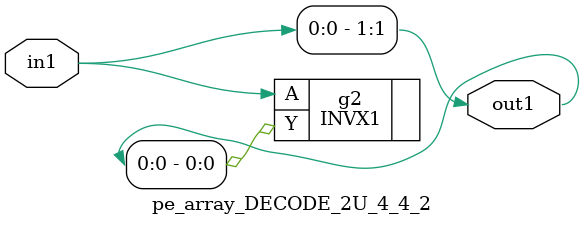
<source format=v>
`timescale 1ps / 1ps


module pe_array_DECODE_2U_4_4_2(in1, out1);
  input in1;
  output [1:0] out1;
  wire in1;
  wire [1:0] out1;
  assign out1[1] = in1;
  INVX1 g2(.A (in1), .Y (out1[0]));
endmodule



</source>
